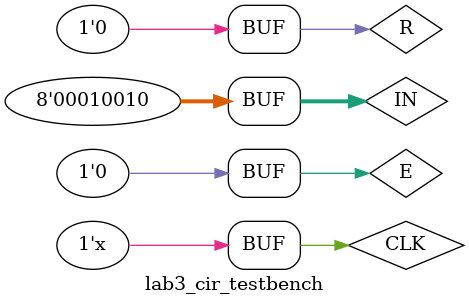
<source format=v>
`define half_cycletime 10000
`timescale 1 ps/1 ps

module lab3_cir_testbench;
   reg [7:0] IN;
   reg       E, R, CLK;
   wire [7:0] OUT;
   
   lab3_cir lab3_cir(.IN(IN), .E(E), .R(R), .CLK(CLK), .OUT(OUT));

   always
     begin
	 #(`half_cycletime) CLK = ~CLK;
     end

   initial
     begin
	CLK = 1'b1;
	R = 1'b1;
	E = 1'b0;
	IN = 8'h01;
	
	#(`half_cycletime * 5);//2.5 clock cycles
	
	R = 1'b0;
	E = 1'b1;
	
	#(`half_cycletime * 40);//20 clock cycles
	
	IN = 8'h12;
	
	#(`half_cycletime * 40);//20 clock cycles
	
	E = 1'b0;

	#(`half_cycletime * 8);//4 clock cycles	

	
     end
   
endmodule
   

</source>
